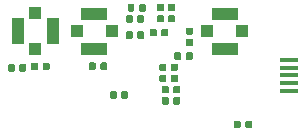
<source format=gbr>
G04 #@! TF.GenerationSoftware,KiCad,Pcbnew,(5.1.5-0-10_14)*
G04 #@! TF.CreationDate,2020-10-31T20:23:47-07:00*
G04 #@! TF.ProjectId,EOGlass2p1,454f476c-6173-4733-9270-312e6b696361,rev?*
G04 #@! TF.SameCoordinates,Original*
G04 #@! TF.FileFunction,Paste,Bot*
G04 #@! TF.FilePolarity,Positive*
%FSLAX46Y46*%
G04 Gerber Fmt 4.6, Leading zero omitted, Abs format (unit mm)*
G04 Created by KiCad (PCBNEW (5.1.5-0-10_14)) date 2020-10-31 20:23:47*
%MOMM*%
%LPD*%
G04 APERTURE LIST*
%ADD10R,1.500000X0.450000*%
%ADD11C,0.100000*%
%ADD12R,1.000000X1.000000*%
%ADD13R,2.200000X1.050000*%
%ADD14R,1.050000X2.200000*%
G04 APERTURE END LIST*
D10*
X135995000Y-73230000D03*
X135995000Y-72580000D03*
X135995000Y-73880000D03*
X135995000Y-71930000D03*
X135995000Y-74530000D03*
D11*
G36*
X127746958Y-69200710D02*
G01*
X127761276Y-69202834D01*
X127775317Y-69206351D01*
X127788946Y-69211228D01*
X127802031Y-69217417D01*
X127814447Y-69224858D01*
X127826073Y-69233481D01*
X127836798Y-69243202D01*
X127846519Y-69253927D01*
X127855142Y-69265553D01*
X127862583Y-69277969D01*
X127868772Y-69291054D01*
X127873649Y-69304683D01*
X127877166Y-69318724D01*
X127879290Y-69333042D01*
X127880000Y-69347500D01*
X127880000Y-69642500D01*
X127879290Y-69656958D01*
X127877166Y-69671276D01*
X127873649Y-69685317D01*
X127868772Y-69698946D01*
X127862583Y-69712031D01*
X127855142Y-69724447D01*
X127846519Y-69736073D01*
X127836798Y-69746798D01*
X127826073Y-69756519D01*
X127814447Y-69765142D01*
X127802031Y-69772583D01*
X127788946Y-69778772D01*
X127775317Y-69783649D01*
X127761276Y-69787166D01*
X127746958Y-69789290D01*
X127732500Y-69790000D01*
X127387500Y-69790000D01*
X127373042Y-69789290D01*
X127358724Y-69787166D01*
X127344683Y-69783649D01*
X127331054Y-69778772D01*
X127317969Y-69772583D01*
X127305553Y-69765142D01*
X127293927Y-69756519D01*
X127283202Y-69746798D01*
X127273481Y-69736073D01*
X127264858Y-69724447D01*
X127257417Y-69712031D01*
X127251228Y-69698946D01*
X127246351Y-69685317D01*
X127242834Y-69671276D01*
X127240710Y-69656958D01*
X127240000Y-69642500D01*
X127240000Y-69347500D01*
X127240710Y-69333042D01*
X127242834Y-69318724D01*
X127246351Y-69304683D01*
X127251228Y-69291054D01*
X127257417Y-69277969D01*
X127264858Y-69265553D01*
X127273481Y-69253927D01*
X127283202Y-69243202D01*
X127293927Y-69233481D01*
X127305553Y-69224858D01*
X127317969Y-69217417D01*
X127331054Y-69211228D01*
X127344683Y-69206351D01*
X127358724Y-69202834D01*
X127373042Y-69200710D01*
X127387500Y-69200000D01*
X127732500Y-69200000D01*
X127746958Y-69200710D01*
G37*
G36*
X127746958Y-70170710D02*
G01*
X127761276Y-70172834D01*
X127775317Y-70176351D01*
X127788946Y-70181228D01*
X127802031Y-70187417D01*
X127814447Y-70194858D01*
X127826073Y-70203481D01*
X127836798Y-70213202D01*
X127846519Y-70223927D01*
X127855142Y-70235553D01*
X127862583Y-70247969D01*
X127868772Y-70261054D01*
X127873649Y-70274683D01*
X127877166Y-70288724D01*
X127879290Y-70303042D01*
X127880000Y-70317500D01*
X127880000Y-70612500D01*
X127879290Y-70626958D01*
X127877166Y-70641276D01*
X127873649Y-70655317D01*
X127868772Y-70668946D01*
X127862583Y-70682031D01*
X127855142Y-70694447D01*
X127846519Y-70706073D01*
X127836798Y-70716798D01*
X127826073Y-70726519D01*
X127814447Y-70735142D01*
X127802031Y-70742583D01*
X127788946Y-70748772D01*
X127775317Y-70753649D01*
X127761276Y-70757166D01*
X127746958Y-70759290D01*
X127732500Y-70760000D01*
X127387500Y-70760000D01*
X127373042Y-70759290D01*
X127358724Y-70757166D01*
X127344683Y-70753649D01*
X127331054Y-70748772D01*
X127317969Y-70742583D01*
X127305553Y-70735142D01*
X127293927Y-70726519D01*
X127283202Y-70716798D01*
X127273481Y-70706073D01*
X127264858Y-70694447D01*
X127257417Y-70682031D01*
X127251228Y-70668946D01*
X127246351Y-70655317D01*
X127242834Y-70641276D01*
X127240710Y-70626958D01*
X127240000Y-70612500D01*
X127240000Y-70317500D01*
X127240710Y-70303042D01*
X127242834Y-70288724D01*
X127246351Y-70274683D01*
X127251228Y-70261054D01*
X127257417Y-70247969D01*
X127264858Y-70235553D01*
X127273481Y-70223927D01*
X127283202Y-70213202D01*
X127293927Y-70203481D01*
X127305553Y-70194858D01*
X127317969Y-70187417D01*
X127331054Y-70181228D01*
X127344683Y-70176351D01*
X127358724Y-70172834D01*
X127373042Y-70170710D01*
X127387500Y-70170000D01*
X127732500Y-70170000D01*
X127746958Y-70170710D01*
G37*
G36*
X131776958Y-77080710D02*
G01*
X131791276Y-77082834D01*
X131805317Y-77086351D01*
X131818946Y-77091228D01*
X131832031Y-77097417D01*
X131844447Y-77104858D01*
X131856073Y-77113481D01*
X131866798Y-77123202D01*
X131876519Y-77133927D01*
X131885142Y-77145553D01*
X131892583Y-77157969D01*
X131898772Y-77171054D01*
X131903649Y-77184683D01*
X131907166Y-77198724D01*
X131909290Y-77213042D01*
X131910000Y-77227500D01*
X131910000Y-77572500D01*
X131909290Y-77586958D01*
X131907166Y-77601276D01*
X131903649Y-77615317D01*
X131898772Y-77628946D01*
X131892583Y-77642031D01*
X131885142Y-77654447D01*
X131876519Y-77666073D01*
X131866798Y-77676798D01*
X131856073Y-77686519D01*
X131844447Y-77695142D01*
X131832031Y-77702583D01*
X131818946Y-77708772D01*
X131805317Y-77713649D01*
X131791276Y-77717166D01*
X131776958Y-77719290D01*
X131762500Y-77720000D01*
X131467500Y-77720000D01*
X131453042Y-77719290D01*
X131438724Y-77717166D01*
X131424683Y-77713649D01*
X131411054Y-77708772D01*
X131397969Y-77702583D01*
X131385553Y-77695142D01*
X131373927Y-77686519D01*
X131363202Y-77676798D01*
X131353481Y-77666073D01*
X131344858Y-77654447D01*
X131337417Y-77642031D01*
X131331228Y-77628946D01*
X131326351Y-77615317D01*
X131322834Y-77601276D01*
X131320710Y-77586958D01*
X131320000Y-77572500D01*
X131320000Y-77227500D01*
X131320710Y-77213042D01*
X131322834Y-77198724D01*
X131326351Y-77184683D01*
X131331228Y-77171054D01*
X131337417Y-77157969D01*
X131344858Y-77145553D01*
X131353481Y-77133927D01*
X131363202Y-77123202D01*
X131373927Y-77113481D01*
X131385553Y-77104858D01*
X131397969Y-77097417D01*
X131411054Y-77091228D01*
X131424683Y-77086351D01*
X131438724Y-77082834D01*
X131453042Y-77080710D01*
X131467500Y-77080000D01*
X131762500Y-77080000D01*
X131776958Y-77080710D01*
G37*
G36*
X132746958Y-77080710D02*
G01*
X132761276Y-77082834D01*
X132775317Y-77086351D01*
X132788946Y-77091228D01*
X132802031Y-77097417D01*
X132814447Y-77104858D01*
X132826073Y-77113481D01*
X132836798Y-77123202D01*
X132846519Y-77133927D01*
X132855142Y-77145553D01*
X132862583Y-77157969D01*
X132868772Y-77171054D01*
X132873649Y-77184683D01*
X132877166Y-77198724D01*
X132879290Y-77213042D01*
X132880000Y-77227500D01*
X132880000Y-77572500D01*
X132879290Y-77586958D01*
X132877166Y-77601276D01*
X132873649Y-77615317D01*
X132868772Y-77628946D01*
X132862583Y-77642031D01*
X132855142Y-77654447D01*
X132846519Y-77666073D01*
X132836798Y-77676798D01*
X132826073Y-77686519D01*
X132814447Y-77695142D01*
X132802031Y-77702583D01*
X132788946Y-77708772D01*
X132775317Y-77713649D01*
X132761276Y-77717166D01*
X132746958Y-77719290D01*
X132732500Y-77720000D01*
X132437500Y-77720000D01*
X132423042Y-77719290D01*
X132408724Y-77717166D01*
X132394683Y-77713649D01*
X132381054Y-77708772D01*
X132367969Y-77702583D01*
X132355553Y-77695142D01*
X132343927Y-77686519D01*
X132333202Y-77676798D01*
X132323481Y-77666073D01*
X132314858Y-77654447D01*
X132307417Y-77642031D01*
X132301228Y-77628946D01*
X132296351Y-77615317D01*
X132292834Y-77601276D01*
X132290710Y-77586958D01*
X132290000Y-77572500D01*
X132290000Y-77227500D01*
X132290710Y-77213042D01*
X132292834Y-77198724D01*
X132296351Y-77184683D01*
X132301228Y-77171054D01*
X132307417Y-77157969D01*
X132314858Y-77145553D01*
X132323481Y-77133927D01*
X132333202Y-77123202D01*
X132343927Y-77113481D01*
X132355553Y-77104858D01*
X132367969Y-77097417D01*
X132381054Y-77091228D01*
X132394683Y-77086351D01*
X132408724Y-77082834D01*
X132423042Y-77080710D01*
X132437500Y-77080000D01*
X132732500Y-77080000D01*
X132746958Y-77080710D01*
G37*
G36*
X126646958Y-75080710D02*
G01*
X126661276Y-75082834D01*
X126675317Y-75086351D01*
X126688946Y-75091228D01*
X126702031Y-75097417D01*
X126714447Y-75104858D01*
X126726073Y-75113481D01*
X126736798Y-75123202D01*
X126746519Y-75133927D01*
X126755142Y-75145553D01*
X126762583Y-75157969D01*
X126768772Y-75171054D01*
X126773649Y-75184683D01*
X126777166Y-75198724D01*
X126779290Y-75213042D01*
X126780000Y-75227500D01*
X126780000Y-75572500D01*
X126779290Y-75586958D01*
X126777166Y-75601276D01*
X126773649Y-75615317D01*
X126768772Y-75628946D01*
X126762583Y-75642031D01*
X126755142Y-75654447D01*
X126746519Y-75666073D01*
X126736798Y-75676798D01*
X126726073Y-75686519D01*
X126714447Y-75695142D01*
X126702031Y-75702583D01*
X126688946Y-75708772D01*
X126675317Y-75713649D01*
X126661276Y-75717166D01*
X126646958Y-75719290D01*
X126632500Y-75720000D01*
X126337500Y-75720000D01*
X126323042Y-75719290D01*
X126308724Y-75717166D01*
X126294683Y-75713649D01*
X126281054Y-75708772D01*
X126267969Y-75702583D01*
X126255553Y-75695142D01*
X126243927Y-75686519D01*
X126233202Y-75676798D01*
X126223481Y-75666073D01*
X126214858Y-75654447D01*
X126207417Y-75642031D01*
X126201228Y-75628946D01*
X126196351Y-75615317D01*
X126192834Y-75601276D01*
X126190710Y-75586958D01*
X126190000Y-75572500D01*
X126190000Y-75227500D01*
X126190710Y-75213042D01*
X126192834Y-75198724D01*
X126196351Y-75184683D01*
X126201228Y-75171054D01*
X126207417Y-75157969D01*
X126214858Y-75145553D01*
X126223481Y-75133927D01*
X126233202Y-75123202D01*
X126243927Y-75113481D01*
X126255553Y-75104858D01*
X126267969Y-75097417D01*
X126281054Y-75091228D01*
X126294683Y-75086351D01*
X126308724Y-75082834D01*
X126323042Y-75080710D01*
X126337500Y-75080000D01*
X126632500Y-75080000D01*
X126646958Y-75080710D01*
G37*
G36*
X125676958Y-75080710D02*
G01*
X125691276Y-75082834D01*
X125705317Y-75086351D01*
X125718946Y-75091228D01*
X125732031Y-75097417D01*
X125744447Y-75104858D01*
X125756073Y-75113481D01*
X125766798Y-75123202D01*
X125776519Y-75133927D01*
X125785142Y-75145553D01*
X125792583Y-75157969D01*
X125798772Y-75171054D01*
X125803649Y-75184683D01*
X125807166Y-75198724D01*
X125809290Y-75213042D01*
X125810000Y-75227500D01*
X125810000Y-75572500D01*
X125809290Y-75586958D01*
X125807166Y-75601276D01*
X125803649Y-75615317D01*
X125798772Y-75628946D01*
X125792583Y-75642031D01*
X125785142Y-75654447D01*
X125776519Y-75666073D01*
X125766798Y-75676798D01*
X125756073Y-75686519D01*
X125744447Y-75695142D01*
X125732031Y-75702583D01*
X125718946Y-75708772D01*
X125705317Y-75713649D01*
X125691276Y-75717166D01*
X125676958Y-75719290D01*
X125662500Y-75720000D01*
X125367500Y-75720000D01*
X125353042Y-75719290D01*
X125338724Y-75717166D01*
X125324683Y-75713649D01*
X125311054Y-75708772D01*
X125297969Y-75702583D01*
X125285553Y-75695142D01*
X125273927Y-75686519D01*
X125263202Y-75676798D01*
X125253481Y-75666073D01*
X125244858Y-75654447D01*
X125237417Y-75642031D01*
X125231228Y-75628946D01*
X125226351Y-75615317D01*
X125222834Y-75601276D01*
X125220710Y-75586958D01*
X125220000Y-75572500D01*
X125220000Y-75227500D01*
X125220710Y-75213042D01*
X125222834Y-75198724D01*
X125226351Y-75184683D01*
X125231228Y-75171054D01*
X125237417Y-75157969D01*
X125244858Y-75145553D01*
X125253481Y-75133927D01*
X125263202Y-75123202D01*
X125273927Y-75113481D01*
X125285553Y-75104858D01*
X125297969Y-75097417D01*
X125311054Y-75091228D01*
X125324683Y-75086351D01*
X125338724Y-75082834D01*
X125353042Y-75080710D01*
X125367500Y-75080000D01*
X125662500Y-75080000D01*
X125676958Y-75080710D01*
G37*
G36*
X125676958Y-74130710D02*
G01*
X125691276Y-74132834D01*
X125705317Y-74136351D01*
X125718946Y-74141228D01*
X125732031Y-74147417D01*
X125744447Y-74154858D01*
X125756073Y-74163481D01*
X125766798Y-74173202D01*
X125776519Y-74183927D01*
X125785142Y-74195553D01*
X125792583Y-74207969D01*
X125798772Y-74221054D01*
X125803649Y-74234683D01*
X125807166Y-74248724D01*
X125809290Y-74263042D01*
X125810000Y-74277500D01*
X125810000Y-74622500D01*
X125809290Y-74636958D01*
X125807166Y-74651276D01*
X125803649Y-74665317D01*
X125798772Y-74678946D01*
X125792583Y-74692031D01*
X125785142Y-74704447D01*
X125776519Y-74716073D01*
X125766798Y-74726798D01*
X125756073Y-74736519D01*
X125744447Y-74745142D01*
X125732031Y-74752583D01*
X125718946Y-74758772D01*
X125705317Y-74763649D01*
X125691276Y-74767166D01*
X125676958Y-74769290D01*
X125662500Y-74770000D01*
X125367500Y-74770000D01*
X125353042Y-74769290D01*
X125338724Y-74767166D01*
X125324683Y-74763649D01*
X125311054Y-74758772D01*
X125297969Y-74752583D01*
X125285553Y-74745142D01*
X125273927Y-74736519D01*
X125263202Y-74726798D01*
X125253481Y-74716073D01*
X125244858Y-74704447D01*
X125237417Y-74692031D01*
X125231228Y-74678946D01*
X125226351Y-74665317D01*
X125222834Y-74651276D01*
X125220710Y-74636958D01*
X125220000Y-74622500D01*
X125220000Y-74277500D01*
X125220710Y-74263042D01*
X125222834Y-74248724D01*
X125226351Y-74234683D01*
X125231228Y-74221054D01*
X125237417Y-74207969D01*
X125244858Y-74195553D01*
X125253481Y-74183927D01*
X125263202Y-74173202D01*
X125273927Y-74163481D01*
X125285553Y-74154858D01*
X125297969Y-74147417D01*
X125311054Y-74141228D01*
X125324683Y-74136351D01*
X125338724Y-74132834D01*
X125353042Y-74130710D01*
X125367500Y-74130000D01*
X125662500Y-74130000D01*
X125676958Y-74130710D01*
G37*
G36*
X126646958Y-74130710D02*
G01*
X126661276Y-74132834D01*
X126675317Y-74136351D01*
X126688946Y-74141228D01*
X126702031Y-74147417D01*
X126714447Y-74154858D01*
X126726073Y-74163481D01*
X126736798Y-74173202D01*
X126746519Y-74183927D01*
X126755142Y-74195553D01*
X126762583Y-74207969D01*
X126768772Y-74221054D01*
X126773649Y-74234683D01*
X126777166Y-74248724D01*
X126779290Y-74263042D01*
X126780000Y-74277500D01*
X126780000Y-74622500D01*
X126779290Y-74636958D01*
X126777166Y-74651276D01*
X126773649Y-74665317D01*
X126768772Y-74678946D01*
X126762583Y-74692031D01*
X126755142Y-74704447D01*
X126746519Y-74716073D01*
X126736798Y-74726798D01*
X126726073Y-74736519D01*
X126714447Y-74745142D01*
X126702031Y-74752583D01*
X126688946Y-74758772D01*
X126675317Y-74763649D01*
X126661276Y-74767166D01*
X126646958Y-74769290D01*
X126632500Y-74770000D01*
X126337500Y-74770000D01*
X126323042Y-74769290D01*
X126308724Y-74767166D01*
X126294683Y-74763649D01*
X126281054Y-74758772D01*
X126267969Y-74752583D01*
X126255553Y-74745142D01*
X126243927Y-74736519D01*
X126233202Y-74726798D01*
X126223481Y-74716073D01*
X126214858Y-74704447D01*
X126207417Y-74692031D01*
X126201228Y-74678946D01*
X126196351Y-74665317D01*
X126192834Y-74651276D01*
X126190710Y-74636958D01*
X126190000Y-74622500D01*
X126190000Y-74277500D01*
X126190710Y-74263042D01*
X126192834Y-74248724D01*
X126196351Y-74234683D01*
X126201228Y-74221054D01*
X126207417Y-74207969D01*
X126214858Y-74195553D01*
X126223481Y-74183927D01*
X126233202Y-74173202D01*
X126243927Y-74163481D01*
X126255553Y-74154858D01*
X126267969Y-74147417D01*
X126281054Y-74141228D01*
X126294683Y-74136351D01*
X126308724Y-74132834D01*
X126323042Y-74130710D01*
X126337500Y-74130000D01*
X126632500Y-74130000D01*
X126646958Y-74130710D01*
G37*
G36*
X122626958Y-68140710D02*
G01*
X122641276Y-68142834D01*
X122655317Y-68146351D01*
X122668946Y-68151228D01*
X122682031Y-68157417D01*
X122694447Y-68164858D01*
X122706073Y-68173481D01*
X122716798Y-68183202D01*
X122726519Y-68193927D01*
X122735142Y-68205553D01*
X122742583Y-68217969D01*
X122748772Y-68231054D01*
X122753649Y-68244683D01*
X122757166Y-68258724D01*
X122759290Y-68273042D01*
X122760000Y-68287500D01*
X122760000Y-68632500D01*
X122759290Y-68646958D01*
X122757166Y-68661276D01*
X122753649Y-68675317D01*
X122748772Y-68688946D01*
X122742583Y-68702031D01*
X122735142Y-68714447D01*
X122726519Y-68726073D01*
X122716798Y-68736798D01*
X122706073Y-68746519D01*
X122694447Y-68755142D01*
X122682031Y-68762583D01*
X122668946Y-68768772D01*
X122655317Y-68773649D01*
X122641276Y-68777166D01*
X122626958Y-68779290D01*
X122612500Y-68780000D01*
X122317500Y-68780000D01*
X122303042Y-68779290D01*
X122288724Y-68777166D01*
X122274683Y-68773649D01*
X122261054Y-68768772D01*
X122247969Y-68762583D01*
X122235553Y-68755142D01*
X122223927Y-68746519D01*
X122213202Y-68736798D01*
X122203481Y-68726073D01*
X122194858Y-68714447D01*
X122187417Y-68702031D01*
X122181228Y-68688946D01*
X122176351Y-68675317D01*
X122172834Y-68661276D01*
X122170710Y-68646958D01*
X122170000Y-68632500D01*
X122170000Y-68287500D01*
X122170710Y-68273042D01*
X122172834Y-68258724D01*
X122176351Y-68244683D01*
X122181228Y-68231054D01*
X122187417Y-68217969D01*
X122194858Y-68205553D01*
X122203481Y-68193927D01*
X122213202Y-68183202D01*
X122223927Y-68173481D01*
X122235553Y-68164858D01*
X122247969Y-68157417D01*
X122261054Y-68151228D01*
X122274683Y-68146351D01*
X122288724Y-68142834D01*
X122303042Y-68140710D01*
X122317500Y-68140000D01*
X122612500Y-68140000D01*
X122626958Y-68140710D01*
G37*
G36*
X123596958Y-68140710D02*
G01*
X123611276Y-68142834D01*
X123625317Y-68146351D01*
X123638946Y-68151228D01*
X123652031Y-68157417D01*
X123664447Y-68164858D01*
X123676073Y-68173481D01*
X123686798Y-68183202D01*
X123696519Y-68193927D01*
X123705142Y-68205553D01*
X123712583Y-68217969D01*
X123718772Y-68231054D01*
X123723649Y-68244683D01*
X123727166Y-68258724D01*
X123729290Y-68273042D01*
X123730000Y-68287500D01*
X123730000Y-68632500D01*
X123729290Y-68646958D01*
X123727166Y-68661276D01*
X123723649Y-68675317D01*
X123718772Y-68688946D01*
X123712583Y-68702031D01*
X123705142Y-68714447D01*
X123696519Y-68726073D01*
X123686798Y-68736798D01*
X123676073Y-68746519D01*
X123664447Y-68755142D01*
X123652031Y-68762583D01*
X123638946Y-68768772D01*
X123625317Y-68773649D01*
X123611276Y-68777166D01*
X123596958Y-68779290D01*
X123582500Y-68780000D01*
X123287500Y-68780000D01*
X123273042Y-68779290D01*
X123258724Y-68777166D01*
X123244683Y-68773649D01*
X123231054Y-68768772D01*
X123217969Y-68762583D01*
X123205553Y-68755142D01*
X123193927Y-68746519D01*
X123183202Y-68736798D01*
X123173481Y-68726073D01*
X123164858Y-68714447D01*
X123157417Y-68702031D01*
X123151228Y-68688946D01*
X123146351Y-68675317D01*
X123142834Y-68661276D01*
X123140710Y-68646958D01*
X123140000Y-68632500D01*
X123140000Y-68287500D01*
X123140710Y-68273042D01*
X123142834Y-68258724D01*
X123146351Y-68244683D01*
X123151228Y-68231054D01*
X123157417Y-68217969D01*
X123164858Y-68205553D01*
X123173481Y-68193927D01*
X123183202Y-68183202D01*
X123193927Y-68173481D01*
X123205553Y-68164858D01*
X123217969Y-68157417D01*
X123231054Y-68151228D01*
X123244683Y-68146351D01*
X123258724Y-68142834D01*
X123273042Y-68140710D01*
X123287500Y-68140000D01*
X123582500Y-68140000D01*
X123596958Y-68140710D01*
G37*
G36*
X126236958Y-68170710D02*
G01*
X126251276Y-68172834D01*
X126265317Y-68176351D01*
X126278946Y-68181228D01*
X126292031Y-68187417D01*
X126304447Y-68194858D01*
X126316073Y-68203481D01*
X126326798Y-68213202D01*
X126336519Y-68223927D01*
X126345142Y-68235553D01*
X126352583Y-68247969D01*
X126358772Y-68261054D01*
X126363649Y-68274683D01*
X126367166Y-68288724D01*
X126369290Y-68303042D01*
X126370000Y-68317500D01*
X126370000Y-68612500D01*
X126369290Y-68626958D01*
X126367166Y-68641276D01*
X126363649Y-68655317D01*
X126358772Y-68668946D01*
X126352583Y-68682031D01*
X126345142Y-68694447D01*
X126336519Y-68706073D01*
X126326798Y-68716798D01*
X126316073Y-68726519D01*
X126304447Y-68735142D01*
X126292031Y-68742583D01*
X126278946Y-68748772D01*
X126265317Y-68753649D01*
X126251276Y-68757166D01*
X126236958Y-68759290D01*
X126222500Y-68760000D01*
X125877500Y-68760000D01*
X125863042Y-68759290D01*
X125848724Y-68757166D01*
X125834683Y-68753649D01*
X125821054Y-68748772D01*
X125807969Y-68742583D01*
X125795553Y-68735142D01*
X125783927Y-68726519D01*
X125773202Y-68716798D01*
X125763481Y-68706073D01*
X125754858Y-68694447D01*
X125747417Y-68682031D01*
X125741228Y-68668946D01*
X125736351Y-68655317D01*
X125732834Y-68641276D01*
X125730710Y-68626958D01*
X125730000Y-68612500D01*
X125730000Y-68317500D01*
X125730710Y-68303042D01*
X125732834Y-68288724D01*
X125736351Y-68274683D01*
X125741228Y-68261054D01*
X125747417Y-68247969D01*
X125754858Y-68235553D01*
X125763481Y-68223927D01*
X125773202Y-68213202D01*
X125783927Y-68203481D01*
X125795553Y-68194858D01*
X125807969Y-68187417D01*
X125821054Y-68181228D01*
X125834683Y-68176351D01*
X125848724Y-68172834D01*
X125863042Y-68170710D01*
X125877500Y-68170000D01*
X126222500Y-68170000D01*
X126236958Y-68170710D01*
G37*
G36*
X126236958Y-67200710D02*
G01*
X126251276Y-67202834D01*
X126265317Y-67206351D01*
X126278946Y-67211228D01*
X126292031Y-67217417D01*
X126304447Y-67224858D01*
X126316073Y-67233481D01*
X126326798Y-67243202D01*
X126336519Y-67253927D01*
X126345142Y-67265553D01*
X126352583Y-67277969D01*
X126358772Y-67291054D01*
X126363649Y-67304683D01*
X126367166Y-67318724D01*
X126369290Y-67333042D01*
X126370000Y-67347500D01*
X126370000Y-67642500D01*
X126369290Y-67656958D01*
X126367166Y-67671276D01*
X126363649Y-67685317D01*
X126358772Y-67698946D01*
X126352583Y-67712031D01*
X126345142Y-67724447D01*
X126336519Y-67736073D01*
X126326798Y-67746798D01*
X126316073Y-67756519D01*
X126304447Y-67765142D01*
X126292031Y-67772583D01*
X126278946Y-67778772D01*
X126265317Y-67783649D01*
X126251276Y-67787166D01*
X126236958Y-67789290D01*
X126222500Y-67790000D01*
X125877500Y-67790000D01*
X125863042Y-67789290D01*
X125848724Y-67787166D01*
X125834683Y-67783649D01*
X125821054Y-67778772D01*
X125807969Y-67772583D01*
X125795553Y-67765142D01*
X125783927Y-67756519D01*
X125773202Y-67746798D01*
X125763481Y-67736073D01*
X125754858Y-67724447D01*
X125747417Y-67712031D01*
X125741228Y-67698946D01*
X125736351Y-67685317D01*
X125732834Y-67671276D01*
X125730710Y-67656958D01*
X125730000Y-67642500D01*
X125730000Y-67347500D01*
X125730710Y-67333042D01*
X125732834Y-67318724D01*
X125736351Y-67304683D01*
X125741228Y-67291054D01*
X125747417Y-67277969D01*
X125754858Y-67265553D01*
X125763481Y-67253927D01*
X125773202Y-67243202D01*
X125783927Y-67233481D01*
X125795553Y-67224858D01*
X125807969Y-67217417D01*
X125821054Y-67211228D01*
X125834683Y-67206351D01*
X125848724Y-67202834D01*
X125863042Y-67200710D01*
X125877500Y-67200000D01*
X126222500Y-67200000D01*
X126236958Y-67200710D01*
G37*
G36*
X123746958Y-67200710D02*
G01*
X123761276Y-67202834D01*
X123775317Y-67206351D01*
X123788946Y-67211228D01*
X123802031Y-67217417D01*
X123814447Y-67224858D01*
X123826073Y-67233481D01*
X123836798Y-67243202D01*
X123846519Y-67253927D01*
X123855142Y-67265553D01*
X123862583Y-67277969D01*
X123868772Y-67291054D01*
X123873649Y-67304683D01*
X123877166Y-67318724D01*
X123879290Y-67333042D01*
X123880000Y-67347500D01*
X123880000Y-67692500D01*
X123879290Y-67706958D01*
X123877166Y-67721276D01*
X123873649Y-67735317D01*
X123868772Y-67748946D01*
X123862583Y-67762031D01*
X123855142Y-67774447D01*
X123846519Y-67786073D01*
X123836798Y-67796798D01*
X123826073Y-67806519D01*
X123814447Y-67815142D01*
X123802031Y-67822583D01*
X123788946Y-67828772D01*
X123775317Y-67833649D01*
X123761276Y-67837166D01*
X123746958Y-67839290D01*
X123732500Y-67840000D01*
X123437500Y-67840000D01*
X123423042Y-67839290D01*
X123408724Y-67837166D01*
X123394683Y-67833649D01*
X123381054Y-67828772D01*
X123367969Y-67822583D01*
X123355553Y-67815142D01*
X123343927Y-67806519D01*
X123333202Y-67796798D01*
X123323481Y-67786073D01*
X123314858Y-67774447D01*
X123307417Y-67762031D01*
X123301228Y-67748946D01*
X123296351Y-67735317D01*
X123292834Y-67721276D01*
X123290710Y-67706958D01*
X123290000Y-67692500D01*
X123290000Y-67347500D01*
X123290710Y-67333042D01*
X123292834Y-67318724D01*
X123296351Y-67304683D01*
X123301228Y-67291054D01*
X123307417Y-67277969D01*
X123314858Y-67265553D01*
X123323481Y-67253927D01*
X123333202Y-67243202D01*
X123343927Y-67233481D01*
X123355553Y-67224858D01*
X123367969Y-67217417D01*
X123381054Y-67211228D01*
X123394683Y-67206351D01*
X123408724Y-67202834D01*
X123423042Y-67200710D01*
X123437500Y-67200000D01*
X123732500Y-67200000D01*
X123746958Y-67200710D01*
G37*
G36*
X122776958Y-67200710D02*
G01*
X122791276Y-67202834D01*
X122805317Y-67206351D01*
X122818946Y-67211228D01*
X122832031Y-67217417D01*
X122844447Y-67224858D01*
X122856073Y-67233481D01*
X122866798Y-67243202D01*
X122876519Y-67253927D01*
X122885142Y-67265553D01*
X122892583Y-67277969D01*
X122898772Y-67291054D01*
X122903649Y-67304683D01*
X122907166Y-67318724D01*
X122909290Y-67333042D01*
X122910000Y-67347500D01*
X122910000Y-67692500D01*
X122909290Y-67706958D01*
X122907166Y-67721276D01*
X122903649Y-67735317D01*
X122898772Y-67748946D01*
X122892583Y-67762031D01*
X122885142Y-67774447D01*
X122876519Y-67786073D01*
X122866798Y-67796798D01*
X122856073Y-67806519D01*
X122844447Y-67815142D01*
X122832031Y-67822583D01*
X122818946Y-67828772D01*
X122805317Y-67833649D01*
X122791276Y-67837166D01*
X122776958Y-67839290D01*
X122762500Y-67840000D01*
X122467500Y-67840000D01*
X122453042Y-67839290D01*
X122438724Y-67837166D01*
X122424683Y-67833649D01*
X122411054Y-67828772D01*
X122397969Y-67822583D01*
X122385553Y-67815142D01*
X122373927Y-67806519D01*
X122363202Y-67796798D01*
X122353481Y-67786073D01*
X122344858Y-67774447D01*
X122337417Y-67762031D01*
X122331228Y-67748946D01*
X122326351Y-67735317D01*
X122322834Y-67721276D01*
X122320710Y-67706958D01*
X122320000Y-67692500D01*
X122320000Y-67347500D01*
X122320710Y-67333042D01*
X122322834Y-67318724D01*
X122326351Y-67304683D01*
X122331228Y-67291054D01*
X122337417Y-67277969D01*
X122344858Y-67265553D01*
X122353481Y-67253927D01*
X122363202Y-67243202D01*
X122373927Y-67233481D01*
X122385553Y-67224858D01*
X122397969Y-67217417D01*
X122411054Y-67211228D01*
X122424683Y-67206351D01*
X122438724Y-67202834D01*
X122453042Y-67200710D01*
X122467500Y-67200000D01*
X122762500Y-67200000D01*
X122776958Y-67200710D01*
G37*
G36*
X113616958Y-72290710D02*
G01*
X113631276Y-72292834D01*
X113645317Y-72296351D01*
X113658946Y-72301228D01*
X113672031Y-72307417D01*
X113684447Y-72314858D01*
X113696073Y-72323481D01*
X113706798Y-72333202D01*
X113716519Y-72343927D01*
X113725142Y-72355553D01*
X113732583Y-72367969D01*
X113738772Y-72381054D01*
X113743649Y-72394683D01*
X113747166Y-72408724D01*
X113749290Y-72423042D01*
X113750000Y-72437500D01*
X113750000Y-72782500D01*
X113749290Y-72796958D01*
X113747166Y-72811276D01*
X113743649Y-72825317D01*
X113738772Y-72838946D01*
X113732583Y-72852031D01*
X113725142Y-72864447D01*
X113716519Y-72876073D01*
X113706798Y-72886798D01*
X113696073Y-72896519D01*
X113684447Y-72905142D01*
X113672031Y-72912583D01*
X113658946Y-72918772D01*
X113645317Y-72923649D01*
X113631276Y-72927166D01*
X113616958Y-72929290D01*
X113602500Y-72930000D01*
X113307500Y-72930000D01*
X113293042Y-72929290D01*
X113278724Y-72927166D01*
X113264683Y-72923649D01*
X113251054Y-72918772D01*
X113237969Y-72912583D01*
X113225553Y-72905142D01*
X113213927Y-72896519D01*
X113203202Y-72886798D01*
X113193481Y-72876073D01*
X113184858Y-72864447D01*
X113177417Y-72852031D01*
X113171228Y-72838946D01*
X113166351Y-72825317D01*
X113162834Y-72811276D01*
X113160710Y-72796958D01*
X113160000Y-72782500D01*
X113160000Y-72437500D01*
X113160710Y-72423042D01*
X113162834Y-72408724D01*
X113166351Y-72394683D01*
X113171228Y-72381054D01*
X113177417Y-72367969D01*
X113184858Y-72355553D01*
X113193481Y-72343927D01*
X113203202Y-72333202D01*
X113213927Y-72323481D01*
X113225553Y-72314858D01*
X113237969Y-72307417D01*
X113251054Y-72301228D01*
X113264683Y-72296351D01*
X113278724Y-72292834D01*
X113293042Y-72290710D01*
X113307500Y-72290000D01*
X113602500Y-72290000D01*
X113616958Y-72290710D01*
G37*
G36*
X112646958Y-72290710D02*
G01*
X112661276Y-72292834D01*
X112675317Y-72296351D01*
X112688946Y-72301228D01*
X112702031Y-72307417D01*
X112714447Y-72314858D01*
X112726073Y-72323481D01*
X112736798Y-72333202D01*
X112746519Y-72343927D01*
X112755142Y-72355553D01*
X112762583Y-72367969D01*
X112768772Y-72381054D01*
X112773649Y-72394683D01*
X112777166Y-72408724D01*
X112779290Y-72423042D01*
X112780000Y-72437500D01*
X112780000Y-72782500D01*
X112779290Y-72796958D01*
X112777166Y-72811276D01*
X112773649Y-72825317D01*
X112768772Y-72838946D01*
X112762583Y-72852031D01*
X112755142Y-72864447D01*
X112746519Y-72876073D01*
X112736798Y-72886798D01*
X112726073Y-72896519D01*
X112714447Y-72905142D01*
X112702031Y-72912583D01*
X112688946Y-72918772D01*
X112675317Y-72923649D01*
X112661276Y-72927166D01*
X112646958Y-72929290D01*
X112632500Y-72930000D01*
X112337500Y-72930000D01*
X112323042Y-72929290D01*
X112308724Y-72927166D01*
X112294683Y-72923649D01*
X112281054Y-72918772D01*
X112267969Y-72912583D01*
X112255553Y-72905142D01*
X112243927Y-72896519D01*
X112233202Y-72886798D01*
X112223481Y-72876073D01*
X112214858Y-72864447D01*
X112207417Y-72852031D01*
X112201228Y-72838946D01*
X112196351Y-72825317D01*
X112192834Y-72811276D01*
X112190710Y-72796958D01*
X112190000Y-72782500D01*
X112190000Y-72437500D01*
X112190710Y-72423042D01*
X112192834Y-72408724D01*
X112196351Y-72394683D01*
X112201228Y-72381054D01*
X112207417Y-72367969D01*
X112214858Y-72355553D01*
X112223481Y-72343927D01*
X112233202Y-72333202D01*
X112243927Y-72323481D01*
X112255553Y-72314858D01*
X112267969Y-72307417D01*
X112281054Y-72301228D01*
X112294683Y-72296351D01*
X112308724Y-72292834D01*
X112323042Y-72290710D01*
X112337500Y-72290000D01*
X112632500Y-72290000D01*
X112646958Y-72290710D01*
G37*
D12*
X129040000Y-69500000D03*
X132040000Y-69500000D03*
D13*
X130540000Y-68025000D03*
X130540000Y-70975000D03*
X119520000Y-68025000D03*
X119520000Y-70975000D03*
D12*
X118020000Y-69500000D03*
X121020000Y-69500000D03*
D14*
X115975000Y-69500000D03*
X113025000Y-69500000D03*
D12*
X114500000Y-68000000D03*
X114500000Y-71000000D03*
D11*
G36*
X115586958Y-72160710D02*
G01*
X115601276Y-72162834D01*
X115615317Y-72166351D01*
X115628946Y-72171228D01*
X115642031Y-72177417D01*
X115654447Y-72184858D01*
X115666073Y-72193481D01*
X115676798Y-72203202D01*
X115686519Y-72213927D01*
X115695142Y-72225553D01*
X115702583Y-72237969D01*
X115708772Y-72251054D01*
X115713649Y-72264683D01*
X115717166Y-72278724D01*
X115719290Y-72293042D01*
X115720000Y-72307500D01*
X115720000Y-72652500D01*
X115719290Y-72666958D01*
X115717166Y-72681276D01*
X115713649Y-72695317D01*
X115708772Y-72708946D01*
X115702583Y-72722031D01*
X115695142Y-72734447D01*
X115686519Y-72746073D01*
X115676798Y-72756798D01*
X115666073Y-72766519D01*
X115654447Y-72775142D01*
X115642031Y-72782583D01*
X115628946Y-72788772D01*
X115615317Y-72793649D01*
X115601276Y-72797166D01*
X115586958Y-72799290D01*
X115572500Y-72800000D01*
X115277500Y-72800000D01*
X115263042Y-72799290D01*
X115248724Y-72797166D01*
X115234683Y-72793649D01*
X115221054Y-72788772D01*
X115207969Y-72782583D01*
X115195553Y-72775142D01*
X115183927Y-72766519D01*
X115173202Y-72756798D01*
X115163481Y-72746073D01*
X115154858Y-72734447D01*
X115147417Y-72722031D01*
X115141228Y-72708946D01*
X115136351Y-72695317D01*
X115132834Y-72681276D01*
X115130710Y-72666958D01*
X115130000Y-72652500D01*
X115130000Y-72307500D01*
X115130710Y-72293042D01*
X115132834Y-72278724D01*
X115136351Y-72264683D01*
X115141228Y-72251054D01*
X115147417Y-72237969D01*
X115154858Y-72225553D01*
X115163481Y-72213927D01*
X115173202Y-72203202D01*
X115183927Y-72193481D01*
X115195553Y-72184858D01*
X115207969Y-72177417D01*
X115221054Y-72171228D01*
X115234683Y-72166351D01*
X115248724Y-72162834D01*
X115263042Y-72160710D01*
X115277500Y-72160000D01*
X115572500Y-72160000D01*
X115586958Y-72160710D01*
G37*
G36*
X114616958Y-72160710D02*
G01*
X114631276Y-72162834D01*
X114645317Y-72166351D01*
X114658946Y-72171228D01*
X114672031Y-72177417D01*
X114684447Y-72184858D01*
X114696073Y-72193481D01*
X114706798Y-72203202D01*
X114716519Y-72213927D01*
X114725142Y-72225553D01*
X114732583Y-72237969D01*
X114738772Y-72251054D01*
X114743649Y-72264683D01*
X114747166Y-72278724D01*
X114749290Y-72293042D01*
X114750000Y-72307500D01*
X114750000Y-72652500D01*
X114749290Y-72666958D01*
X114747166Y-72681276D01*
X114743649Y-72695317D01*
X114738772Y-72708946D01*
X114732583Y-72722031D01*
X114725142Y-72734447D01*
X114716519Y-72746073D01*
X114706798Y-72756798D01*
X114696073Y-72766519D01*
X114684447Y-72775142D01*
X114672031Y-72782583D01*
X114658946Y-72788772D01*
X114645317Y-72793649D01*
X114631276Y-72797166D01*
X114616958Y-72799290D01*
X114602500Y-72800000D01*
X114307500Y-72800000D01*
X114293042Y-72799290D01*
X114278724Y-72797166D01*
X114264683Y-72793649D01*
X114251054Y-72788772D01*
X114237969Y-72782583D01*
X114225553Y-72775142D01*
X114213927Y-72766519D01*
X114203202Y-72756798D01*
X114193481Y-72746073D01*
X114184858Y-72734447D01*
X114177417Y-72722031D01*
X114171228Y-72708946D01*
X114166351Y-72695317D01*
X114162834Y-72681276D01*
X114160710Y-72666958D01*
X114160000Y-72652500D01*
X114160000Y-72307500D01*
X114160710Y-72293042D01*
X114162834Y-72278724D01*
X114166351Y-72264683D01*
X114171228Y-72251054D01*
X114177417Y-72237969D01*
X114184858Y-72225553D01*
X114193481Y-72213927D01*
X114203202Y-72203202D01*
X114213927Y-72193481D01*
X114225553Y-72184858D01*
X114237969Y-72177417D01*
X114251054Y-72171228D01*
X114264683Y-72166351D01*
X114278724Y-72162834D01*
X114293042Y-72160710D01*
X114307500Y-72160000D01*
X114602500Y-72160000D01*
X114616958Y-72160710D01*
G37*
G36*
X125636958Y-69300710D02*
G01*
X125651276Y-69302834D01*
X125665317Y-69306351D01*
X125678946Y-69311228D01*
X125692031Y-69317417D01*
X125704447Y-69324858D01*
X125716073Y-69333481D01*
X125726798Y-69343202D01*
X125736519Y-69353927D01*
X125745142Y-69365553D01*
X125752583Y-69377969D01*
X125758772Y-69391054D01*
X125763649Y-69404683D01*
X125767166Y-69418724D01*
X125769290Y-69433042D01*
X125770000Y-69447500D01*
X125770000Y-69792500D01*
X125769290Y-69806958D01*
X125767166Y-69821276D01*
X125763649Y-69835317D01*
X125758772Y-69848946D01*
X125752583Y-69862031D01*
X125745142Y-69874447D01*
X125736519Y-69886073D01*
X125726798Y-69896798D01*
X125716073Y-69906519D01*
X125704447Y-69915142D01*
X125692031Y-69922583D01*
X125678946Y-69928772D01*
X125665317Y-69933649D01*
X125651276Y-69937166D01*
X125636958Y-69939290D01*
X125622500Y-69940000D01*
X125327500Y-69940000D01*
X125313042Y-69939290D01*
X125298724Y-69937166D01*
X125284683Y-69933649D01*
X125271054Y-69928772D01*
X125257969Y-69922583D01*
X125245553Y-69915142D01*
X125233927Y-69906519D01*
X125223202Y-69896798D01*
X125213481Y-69886073D01*
X125204858Y-69874447D01*
X125197417Y-69862031D01*
X125191228Y-69848946D01*
X125186351Y-69835317D01*
X125182834Y-69821276D01*
X125180710Y-69806958D01*
X125180000Y-69792500D01*
X125180000Y-69447500D01*
X125180710Y-69433042D01*
X125182834Y-69418724D01*
X125186351Y-69404683D01*
X125191228Y-69391054D01*
X125197417Y-69377969D01*
X125204858Y-69365553D01*
X125213481Y-69353927D01*
X125223202Y-69343202D01*
X125233927Y-69333481D01*
X125245553Y-69324858D01*
X125257969Y-69317417D01*
X125271054Y-69311228D01*
X125284683Y-69306351D01*
X125298724Y-69302834D01*
X125313042Y-69300710D01*
X125327500Y-69300000D01*
X125622500Y-69300000D01*
X125636958Y-69300710D01*
G37*
G36*
X124666958Y-69300710D02*
G01*
X124681276Y-69302834D01*
X124695317Y-69306351D01*
X124708946Y-69311228D01*
X124722031Y-69317417D01*
X124734447Y-69324858D01*
X124746073Y-69333481D01*
X124756798Y-69343202D01*
X124766519Y-69353927D01*
X124775142Y-69365553D01*
X124782583Y-69377969D01*
X124788772Y-69391054D01*
X124793649Y-69404683D01*
X124797166Y-69418724D01*
X124799290Y-69433042D01*
X124800000Y-69447500D01*
X124800000Y-69792500D01*
X124799290Y-69806958D01*
X124797166Y-69821276D01*
X124793649Y-69835317D01*
X124788772Y-69848946D01*
X124782583Y-69862031D01*
X124775142Y-69874447D01*
X124766519Y-69886073D01*
X124756798Y-69896798D01*
X124746073Y-69906519D01*
X124734447Y-69915142D01*
X124722031Y-69922583D01*
X124708946Y-69928772D01*
X124695317Y-69933649D01*
X124681276Y-69937166D01*
X124666958Y-69939290D01*
X124652500Y-69940000D01*
X124357500Y-69940000D01*
X124343042Y-69939290D01*
X124328724Y-69937166D01*
X124314683Y-69933649D01*
X124301054Y-69928772D01*
X124287969Y-69922583D01*
X124275553Y-69915142D01*
X124263927Y-69906519D01*
X124253202Y-69896798D01*
X124243481Y-69886073D01*
X124234858Y-69874447D01*
X124227417Y-69862031D01*
X124221228Y-69848946D01*
X124216351Y-69835317D01*
X124212834Y-69821276D01*
X124210710Y-69806958D01*
X124210000Y-69792500D01*
X124210000Y-69447500D01*
X124210710Y-69433042D01*
X124212834Y-69418724D01*
X124216351Y-69404683D01*
X124221228Y-69391054D01*
X124227417Y-69377969D01*
X124234858Y-69365553D01*
X124243481Y-69353927D01*
X124253202Y-69343202D01*
X124263927Y-69333481D01*
X124275553Y-69324858D01*
X124287969Y-69317417D01*
X124301054Y-69311228D01*
X124314683Y-69306351D01*
X124328724Y-69302834D01*
X124343042Y-69300710D01*
X124357500Y-69300000D01*
X124652500Y-69300000D01*
X124666958Y-69300710D01*
G37*
G36*
X125296958Y-67200710D02*
G01*
X125311276Y-67202834D01*
X125325317Y-67206351D01*
X125338946Y-67211228D01*
X125352031Y-67217417D01*
X125364447Y-67224858D01*
X125376073Y-67233481D01*
X125386798Y-67243202D01*
X125396519Y-67253927D01*
X125405142Y-67265553D01*
X125412583Y-67277969D01*
X125418772Y-67291054D01*
X125423649Y-67304683D01*
X125427166Y-67318724D01*
X125429290Y-67333042D01*
X125430000Y-67347500D01*
X125430000Y-67642500D01*
X125429290Y-67656958D01*
X125427166Y-67671276D01*
X125423649Y-67685317D01*
X125418772Y-67698946D01*
X125412583Y-67712031D01*
X125405142Y-67724447D01*
X125396519Y-67736073D01*
X125386798Y-67746798D01*
X125376073Y-67756519D01*
X125364447Y-67765142D01*
X125352031Y-67772583D01*
X125338946Y-67778772D01*
X125325317Y-67783649D01*
X125311276Y-67787166D01*
X125296958Y-67789290D01*
X125282500Y-67790000D01*
X124937500Y-67790000D01*
X124923042Y-67789290D01*
X124908724Y-67787166D01*
X124894683Y-67783649D01*
X124881054Y-67778772D01*
X124867969Y-67772583D01*
X124855553Y-67765142D01*
X124843927Y-67756519D01*
X124833202Y-67746798D01*
X124823481Y-67736073D01*
X124814858Y-67724447D01*
X124807417Y-67712031D01*
X124801228Y-67698946D01*
X124796351Y-67685317D01*
X124792834Y-67671276D01*
X124790710Y-67656958D01*
X124790000Y-67642500D01*
X124790000Y-67347500D01*
X124790710Y-67333042D01*
X124792834Y-67318724D01*
X124796351Y-67304683D01*
X124801228Y-67291054D01*
X124807417Y-67277969D01*
X124814858Y-67265553D01*
X124823481Y-67253927D01*
X124833202Y-67243202D01*
X124843927Y-67233481D01*
X124855553Y-67224858D01*
X124867969Y-67217417D01*
X124881054Y-67211228D01*
X124894683Y-67206351D01*
X124908724Y-67202834D01*
X124923042Y-67200710D01*
X124937500Y-67200000D01*
X125282500Y-67200000D01*
X125296958Y-67200710D01*
G37*
G36*
X125296958Y-68170710D02*
G01*
X125311276Y-68172834D01*
X125325317Y-68176351D01*
X125338946Y-68181228D01*
X125352031Y-68187417D01*
X125364447Y-68194858D01*
X125376073Y-68203481D01*
X125386798Y-68213202D01*
X125396519Y-68223927D01*
X125405142Y-68235553D01*
X125412583Y-68247969D01*
X125418772Y-68261054D01*
X125423649Y-68274683D01*
X125427166Y-68288724D01*
X125429290Y-68303042D01*
X125430000Y-68317500D01*
X125430000Y-68612500D01*
X125429290Y-68626958D01*
X125427166Y-68641276D01*
X125423649Y-68655317D01*
X125418772Y-68668946D01*
X125412583Y-68682031D01*
X125405142Y-68694447D01*
X125396519Y-68706073D01*
X125386798Y-68716798D01*
X125376073Y-68726519D01*
X125364447Y-68735142D01*
X125352031Y-68742583D01*
X125338946Y-68748772D01*
X125325317Y-68753649D01*
X125311276Y-68757166D01*
X125296958Y-68759290D01*
X125282500Y-68760000D01*
X124937500Y-68760000D01*
X124923042Y-68759290D01*
X124908724Y-68757166D01*
X124894683Y-68753649D01*
X124881054Y-68748772D01*
X124867969Y-68742583D01*
X124855553Y-68735142D01*
X124843927Y-68726519D01*
X124833202Y-68716798D01*
X124823481Y-68706073D01*
X124814858Y-68694447D01*
X124807417Y-68682031D01*
X124801228Y-68668946D01*
X124796351Y-68655317D01*
X124792834Y-68641276D01*
X124790710Y-68626958D01*
X124790000Y-68612500D01*
X124790000Y-68317500D01*
X124790710Y-68303042D01*
X124792834Y-68288724D01*
X124796351Y-68274683D01*
X124801228Y-68261054D01*
X124807417Y-68247969D01*
X124814858Y-68235553D01*
X124823481Y-68223927D01*
X124833202Y-68213202D01*
X124843927Y-68203481D01*
X124855553Y-68194858D01*
X124867969Y-68187417D01*
X124881054Y-68181228D01*
X124894683Y-68176351D01*
X124908724Y-68172834D01*
X124923042Y-68170710D01*
X124937500Y-68170000D01*
X125282500Y-68170000D01*
X125296958Y-68170710D01*
G37*
G36*
X122626958Y-69510710D02*
G01*
X122641276Y-69512834D01*
X122655317Y-69516351D01*
X122668946Y-69521228D01*
X122682031Y-69527417D01*
X122694447Y-69534858D01*
X122706073Y-69543481D01*
X122716798Y-69553202D01*
X122726519Y-69563927D01*
X122735142Y-69575553D01*
X122742583Y-69587969D01*
X122748772Y-69601054D01*
X122753649Y-69614683D01*
X122757166Y-69628724D01*
X122759290Y-69643042D01*
X122760000Y-69657500D01*
X122760000Y-70002500D01*
X122759290Y-70016958D01*
X122757166Y-70031276D01*
X122753649Y-70045317D01*
X122748772Y-70058946D01*
X122742583Y-70072031D01*
X122735142Y-70084447D01*
X122726519Y-70096073D01*
X122716798Y-70106798D01*
X122706073Y-70116519D01*
X122694447Y-70125142D01*
X122682031Y-70132583D01*
X122668946Y-70138772D01*
X122655317Y-70143649D01*
X122641276Y-70147166D01*
X122626958Y-70149290D01*
X122612500Y-70150000D01*
X122317500Y-70150000D01*
X122303042Y-70149290D01*
X122288724Y-70147166D01*
X122274683Y-70143649D01*
X122261054Y-70138772D01*
X122247969Y-70132583D01*
X122235553Y-70125142D01*
X122223927Y-70116519D01*
X122213202Y-70106798D01*
X122203481Y-70096073D01*
X122194858Y-70084447D01*
X122187417Y-70072031D01*
X122181228Y-70058946D01*
X122176351Y-70045317D01*
X122172834Y-70031276D01*
X122170710Y-70016958D01*
X122170000Y-70002500D01*
X122170000Y-69657500D01*
X122170710Y-69643042D01*
X122172834Y-69628724D01*
X122176351Y-69614683D01*
X122181228Y-69601054D01*
X122187417Y-69587969D01*
X122194858Y-69575553D01*
X122203481Y-69563927D01*
X122213202Y-69553202D01*
X122223927Y-69543481D01*
X122235553Y-69534858D01*
X122247969Y-69527417D01*
X122261054Y-69521228D01*
X122274683Y-69516351D01*
X122288724Y-69512834D01*
X122303042Y-69510710D01*
X122317500Y-69510000D01*
X122612500Y-69510000D01*
X122626958Y-69510710D01*
G37*
G36*
X123596958Y-69510710D02*
G01*
X123611276Y-69512834D01*
X123625317Y-69516351D01*
X123638946Y-69521228D01*
X123652031Y-69527417D01*
X123664447Y-69534858D01*
X123676073Y-69543481D01*
X123686798Y-69553202D01*
X123696519Y-69563927D01*
X123705142Y-69575553D01*
X123712583Y-69587969D01*
X123718772Y-69601054D01*
X123723649Y-69614683D01*
X123727166Y-69628724D01*
X123729290Y-69643042D01*
X123730000Y-69657500D01*
X123730000Y-70002500D01*
X123729290Y-70016958D01*
X123727166Y-70031276D01*
X123723649Y-70045317D01*
X123718772Y-70058946D01*
X123712583Y-70072031D01*
X123705142Y-70084447D01*
X123696519Y-70096073D01*
X123686798Y-70106798D01*
X123676073Y-70116519D01*
X123664447Y-70125142D01*
X123652031Y-70132583D01*
X123638946Y-70138772D01*
X123625317Y-70143649D01*
X123611276Y-70147166D01*
X123596958Y-70149290D01*
X123582500Y-70150000D01*
X123287500Y-70150000D01*
X123273042Y-70149290D01*
X123258724Y-70147166D01*
X123244683Y-70143649D01*
X123231054Y-70138772D01*
X123217969Y-70132583D01*
X123205553Y-70125142D01*
X123193927Y-70116519D01*
X123183202Y-70106798D01*
X123173481Y-70096073D01*
X123164858Y-70084447D01*
X123157417Y-70072031D01*
X123151228Y-70058946D01*
X123146351Y-70045317D01*
X123142834Y-70031276D01*
X123140710Y-70016958D01*
X123140000Y-70002500D01*
X123140000Y-69657500D01*
X123140710Y-69643042D01*
X123142834Y-69628724D01*
X123146351Y-69614683D01*
X123151228Y-69601054D01*
X123157417Y-69587969D01*
X123164858Y-69575553D01*
X123173481Y-69563927D01*
X123183202Y-69553202D01*
X123193927Y-69543481D01*
X123205553Y-69534858D01*
X123217969Y-69527417D01*
X123231054Y-69521228D01*
X123244683Y-69516351D01*
X123258724Y-69512834D01*
X123273042Y-69510710D01*
X123287500Y-69510000D01*
X123582500Y-69510000D01*
X123596958Y-69510710D01*
G37*
G36*
X126446958Y-73180710D02*
G01*
X126461276Y-73182834D01*
X126475317Y-73186351D01*
X126488946Y-73191228D01*
X126502031Y-73197417D01*
X126514447Y-73204858D01*
X126526073Y-73213481D01*
X126536798Y-73223202D01*
X126546519Y-73233927D01*
X126555142Y-73245553D01*
X126562583Y-73257969D01*
X126568772Y-73271054D01*
X126573649Y-73284683D01*
X126577166Y-73298724D01*
X126579290Y-73313042D01*
X126580000Y-73327500D01*
X126580000Y-73672500D01*
X126579290Y-73686958D01*
X126577166Y-73701276D01*
X126573649Y-73715317D01*
X126568772Y-73728946D01*
X126562583Y-73742031D01*
X126555142Y-73754447D01*
X126546519Y-73766073D01*
X126536798Y-73776798D01*
X126526073Y-73786519D01*
X126514447Y-73795142D01*
X126502031Y-73802583D01*
X126488946Y-73808772D01*
X126475317Y-73813649D01*
X126461276Y-73817166D01*
X126446958Y-73819290D01*
X126432500Y-73820000D01*
X126137500Y-73820000D01*
X126123042Y-73819290D01*
X126108724Y-73817166D01*
X126094683Y-73813649D01*
X126081054Y-73808772D01*
X126067969Y-73802583D01*
X126055553Y-73795142D01*
X126043927Y-73786519D01*
X126033202Y-73776798D01*
X126023481Y-73766073D01*
X126014858Y-73754447D01*
X126007417Y-73742031D01*
X126001228Y-73728946D01*
X125996351Y-73715317D01*
X125992834Y-73701276D01*
X125990710Y-73686958D01*
X125990000Y-73672500D01*
X125990000Y-73327500D01*
X125990710Y-73313042D01*
X125992834Y-73298724D01*
X125996351Y-73284683D01*
X126001228Y-73271054D01*
X126007417Y-73257969D01*
X126014858Y-73245553D01*
X126023481Y-73233927D01*
X126033202Y-73223202D01*
X126043927Y-73213481D01*
X126055553Y-73204858D01*
X126067969Y-73197417D01*
X126081054Y-73191228D01*
X126094683Y-73186351D01*
X126108724Y-73182834D01*
X126123042Y-73180710D01*
X126137500Y-73180000D01*
X126432500Y-73180000D01*
X126446958Y-73180710D01*
G37*
G36*
X125476958Y-73180710D02*
G01*
X125491276Y-73182834D01*
X125505317Y-73186351D01*
X125518946Y-73191228D01*
X125532031Y-73197417D01*
X125544447Y-73204858D01*
X125556073Y-73213481D01*
X125566798Y-73223202D01*
X125576519Y-73233927D01*
X125585142Y-73245553D01*
X125592583Y-73257969D01*
X125598772Y-73271054D01*
X125603649Y-73284683D01*
X125607166Y-73298724D01*
X125609290Y-73313042D01*
X125610000Y-73327500D01*
X125610000Y-73672500D01*
X125609290Y-73686958D01*
X125607166Y-73701276D01*
X125603649Y-73715317D01*
X125598772Y-73728946D01*
X125592583Y-73742031D01*
X125585142Y-73754447D01*
X125576519Y-73766073D01*
X125566798Y-73776798D01*
X125556073Y-73786519D01*
X125544447Y-73795142D01*
X125532031Y-73802583D01*
X125518946Y-73808772D01*
X125505317Y-73813649D01*
X125491276Y-73817166D01*
X125476958Y-73819290D01*
X125462500Y-73820000D01*
X125167500Y-73820000D01*
X125153042Y-73819290D01*
X125138724Y-73817166D01*
X125124683Y-73813649D01*
X125111054Y-73808772D01*
X125097969Y-73802583D01*
X125085553Y-73795142D01*
X125073927Y-73786519D01*
X125063202Y-73776798D01*
X125053481Y-73766073D01*
X125044858Y-73754447D01*
X125037417Y-73742031D01*
X125031228Y-73728946D01*
X125026351Y-73715317D01*
X125022834Y-73701276D01*
X125020710Y-73686958D01*
X125020000Y-73672500D01*
X125020000Y-73327500D01*
X125020710Y-73313042D01*
X125022834Y-73298724D01*
X125026351Y-73284683D01*
X125031228Y-73271054D01*
X125037417Y-73257969D01*
X125044858Y-73245553D01*
X125053481Y-73233927D01*
X125063202Y-73223202D01*
X125073927Y-73213481D01*
X125085553Y-73204858D01*
X125097969Y-73197417D01*
X125111054Y-73191228D01*
X125124683Y-73186351D01*
X125138724Y-73182834D01*
X125153042Y-73180710D01*
X125167500Y-73180000D01*
X125462500Y-73180000D01*
X125476958Y-73180710D01*
G37*
G36*
X126736958Y-71290710D02*
G01*
X126751276Y-71292834D01*
X126765317Y-71296351D01*
X126778946Y-71301228D01*
X126792031Y-71307417D01*
X126804447Y-71314858D01*
X126816073Y-71323481D01*
X126826798Y-71333202D01*
X126836519Y-71343927D01*
X126845142Y-71355553D01*
X126852583Y-71367969D01*
X126858772Y-71381054D01*
X126863649Y-71394683D01*
X126867166Y-71408724D01*
X126869290Y-71423042D01*
X126870000Y-71437500D01*
X126870000Y-71782500D01*
X126869290Y-71796958D01*
X126867166Y-71811276D01*
X126863649Y-71825317D01*
X126858772Y-71838946D01*
X126852583Y-71852031D01*
X126845142Y-71864447D01*
X126836519Y-71876073D01*
X126826798Y-71886798D01*
X126816073Y-71896519D01*
X126804447Y-71905142D01*
X126792031Y-71912583D01*
X126778946Y-71918772D01*
X126765317Y-71923649D01*
X126751276Y-71927166D01*
X126736958Y-71929290D01*
X126722500Y-71930000D01*
X126427500Y-71930000D01*
X126413042Y-71929290D01*
X126398724Y-71927166D01*
X126384683Y-71923649D01*
X126371054Y-71918772D01*
X126357969Y-71912583D01*
X126345553Y-71905142D01*
X126333927Y-71896519D01*
X126323202Y-71886798D01*
X126313481Y-71876073D01*
X126304858Y-71864447D01*
X126297417Y-71852031D01*
X126291228Y-71838946D01*
X126286351Y-71825317D01*
X126282834Y-71811276D01*
X126280710Y-71796958D01*
X126280000Y-71782500D01*
X126280000Y-71437500D01*
X126280710Y-71423042D01*
X126282834Y-71408724D01*
X126286351Y-71394683D01*
X126291228Y-71381054D01*
X126297417Y-71367969D01*
X126304858Y-71355553D01*
X126313481Y-71343927D01*
X126323202Y-71333202D01*
X126333927Y-71323481D01*
X126345553Y-71314858D01*
X126357969Y-71307417D01*
X126371054Y-71301228D01*
X126384683Y-71296351D01*
X126398724Y-71292834D01*
X126413042Y-71290710D01*
X126427500Y-71290000D01*
X126722500Y-71290000D01*
X126736958Y-71290710D01*
G37*
G36*
X127706958Y-71290710D02*
G01*
X127721276Y-71292834D01*
X127735317Y-71296351D01*
X127748946Y-71301228D01*
X127762031Y-71307417D01*
X127774447Y-71314858D01*
X127786073Y-71323481D01*
X127796798Y-71333202D01*
X127806519Y-71343927D01*
X127815142Y-71355553D01*
X127822583Y-71367969D01*
X127828772Y-71381054D01*
X127833649Y-71394683D01*
X127837166Y-71408724D01*
X127839290Y-71423042D01*
X127840000Y-71437500D01*
X127840000Y-71782500D01*
X127839290Y-71796958D01*
X127837166Y-71811276D01*
X127833649Y-71825317D01*
X127828772Y-71838946D01*
X127822583Y-71852031D01*
X127815142Y-71864447D01*
X127806519Y-71876073D01*
X127796798Y-71886798D01*
X127786073Y-71896519D01*
X127774447Y-71905142D01*
X127762031Y-71912583D01*
X127748946Y-71918772D01*
X127735317Y-71923649D01*
X127721276Y-71927166D01*
X127706958Y-71929290D01*
X127692500Y-71930000D01*
X127397500Y-71930000D01*
X127383042Y-71929290D01*
X127368724Y-71927166D01*
X127354683Y-71923649D01*
X127341054Y-71918772D01*
X127327969Y-71912583D01*
X127315553Y-71905142D01*
X127303927Y-71896519D01*
X127293202Y-71886798D01*
X127283481Y-71876073D01*
X127274858Y-71864447D01*
X127267417Y-71852031D01*
X127261228Y-71838946D01*
X127256351Y-71825317D01*
X127252834Y-71811276D01*
X127250710Y-71796958D01*
X127250000Y-71782500D01*
X127250000Y-71437500D01*
X127250710Y-71423042D01*
X127252834Y-71408724D01*
X127256351Y-71394683D01*
X127261228Y-71381054D01*
X127267417Y-71367969D01*
X127274858Y-71355553D01*
X127283481Y-71343927D01*
X127293202Y-71333202D01*
X127303927Y-71323481D01*
X127315553Y-71314858D01*
X127327969Y-71307417D01*
X127341054Y-71301228D01*
X127354683Y-71296351D01*
X127368724Y-71292834D01*
X127383042Y-71290710D01*
X127397500Y-71290000D01*
X127692500Y-71290000D01*
X127706958Y-71290710D01*
G37*
G36*
X122246958Y-74580710D02*
G01*
X122261276Y-74582834D01*
X122275317Y-74586351D01*
X122288946Y-74591228D01*
X122302031Y-74597417D01*
X122314447Y-74604858D01*
X122326073Y-74613481D01*
X122336798Y-74623202D01*
X122346519Y-74633927D01*
X122355142Y-74645553D01*
X122362583Y-74657969D01*
X122368772Y-74671054D01*
X122373649Y-74684683D01*
X122377166Y-74698724D01*
X122379290Y-74713042D01*
X122380000Y-74727500D01*
X122380000Y-75072500D01*
X122379290Y-75086958D01*
X122377166Y-75101276D01*
X122373649Y-75115317D01*
X122368772Y-75128946D01*
X122362583Y-75142031D01*
X122355142Y-75154447D01*
X122346519Y-75166073D01*
X122336798Y-75176798D01*
X122326073Y-75186519D01*
X122314447Y-75195142D01*
X122302031Y-75202583D01*
X122288946Y-75208772D01*
X122275317Y-75213649D01*
X122261276Y-75217166D01*
X122246958Y-75219290D01*
X122232500Y-75220000D01*
X121937500Y-75220000D01*
X121923042Y-75219290D01*
X121908724Y-75217166D01*
X121894683Y-75213649D01*
X121881054Y-75208772D01*
X121867969Y-75202583D01*
X121855553Y-75195142D01*
X121843927Y-75186519D01*
X121833202Y-75176798D01*
X121823481Y-75166073D01*
X121814858Y-75154447D01*
X121807417Y-75142031D01*
X121801228Y-75128946D01*
X121796351Y-75115317D01*
X121792834Y-75101276D01*
X121790710Y-75086958D01*
X121790000Y-75072500D01*
X121790000Y-74727500D01*
X121790710Y-74713042D01*
X121792834Y-74698724D01*
X121796351Y-74684683D01*
X121801228Y-74671054D01*
X121807417Y-74657969D01*
X121814858Y-74645553D01*
X121823481Y-74633927D01*
X121833202Y-74623202D01*
X121843927Y-74613481D01*
X121855553Y-74604858D01*
X121867969Y-74597417D01*
X121881054Y-74591228D01*
X121894683Y-74586351D01*
X121908724Y-74582834D01*
X121923042Y-74580710D01*
X121937500Y-74580000D01*
X122232500Y-74580000D01*
X122246958Y-74580710D01*
G37*
G36*
X121276958Y-74580710D02*
G01*
X121291276Y-74582834D01*
X121305317Y-74586351D01*
X121318946Y-74591228D01*
X121332031Y-74597417D01*
X121344447Y-74604858D01*
X121356073Y-74613481D01*
X121366798Y-74623202D01*
X121376519Y-74633927D01*
X121385142Y-74645553D01*
X121392583Y-74657969D01*
X121398772Y-74671054D01*
X121403649Y-74684683D01*
X121407166Y-74698724D01*
X121409290Y-74713042D01*
X121410000Y-74727500D01*
X121410000Y-75072500D01*
X121409290Y-75086958D01*
X121407166Y-75101276D01*
X121403649Y-75115317D01*
X121398772Y-75128946D01*
X121392583Y-75142031D01*
X121385142Y-75154447D01*
X121376519Y-75166073D01*
X121366798Y-75176798D01*
X121356073Y-75186519D01*
X121344447Y-75195142D01*
X121332031Y-75202583D01*
X121318946Y-75208772D01*
X121305317Y-75213649D01*
X121291276Y-75217166D01*
X121276958Y-75219290D01*
X121262500Y-75220000D01*
X120967500Y-75220000D01*
X120953042Y-75219290D01*
X120938724Y-75217166D01*
X120924683Y-75213649D01*
X120911054Y-75208772D01*
X120897969Y-75202583D01*
X120885553Y-75195142D01*
X120873927Y-75186519D01*
X120863202Y-75176798D01*
X120853481Y-75166073D01*
X120844858Y-75154447D01*
X120837417Y-75142031D01*
X120831228Y-75128946D01*
X120826351Y-75115317D01*
X120822834Y-75101276D01*
X120820710Y-75086958D01*
X120820000Y-75072500D01*
X120820000Y-74727500D01*
X120820710Y-74713042D01*
X120822834Y-74698724D01*
X120826351Y-74684683D01*
X120831228Y-74671054D01*
X120837417Y-74657969D01*
X120844858Y-74645553D01*
X120853481Y-74633927D01*
X120863202Y-74623202D01*
X120873927Y-74613481D01*
X120885553Y-74604858D01*
X120897969Y-74597417D01*
X120911054Y-74591228D01*
X120924683Y-74586351D01*
X120938724Y-74582834D01*
X120953042Y-74580710D01*
X120967500Y-74580000D01*
X121262500Y-74580000D01*
X121276958Y-74580710D01*
G37*
G36*
X126446958Y-72240710D02*
G01*
X126461276Y-72242834D01*
X126475317Y-72246351D01*
X126488946Y-72251228D01*
X126502031Y-72257417D01*
X126514447Y-72264858D01*
X126526073Y-72273481D01*
X126536798Y-72283202D01*
X126546519Y-72293927D01*
X126555142Y-72305553D01*
X126562583Y-72317969D01*
X126568772Y-72331054D01*
X126573649Y-72344683D01*
X126577166Y-72358724D01*
X126579290Y-72373042D01*
X126580000Y-72387500D01*
X126580000Y-72732500D01*
X126579290Y-72746958D01*
X126577166Y-72761276D01*
X126573649Y-72775317D01*
X126568772Y-72788946D01*
X126562583Y-72802031D01*
X126555142Y-72814447D01*
X126546519Y-72826073D01*
X126536798Y-72836798D01*
X126526073Y-72846519D01*
X126514447Y-72855142D01*
X126502031Y-72862583D01*
X126488946Y-72868772D01*
X126475317Y-72873649D01*
X126461276Y-72877166D01*
X126446958Y-72879290D01*
X126432500Y-72880000D01*
X126137500Y-72880000D01*
X126123042Y-72879290D01*
X126108724Y-72877166D01*
X126094683Y-72873649D01*
X126081054Y-72868772D01*
X126067969Y-72862583D01*
X126055553Y-72855142D01*
X126043927Y-72846519D01*
X126033202Y-72836798D01*
X126023481Y-72826073D01*
X126014858Y-72814447D01*
X126007417Y-72802031D01*
X126001228Y-72788946D01*
X125996351Y-72775317D01*
X125992834Y-72761276D01*
X125990710Y-72746958D01*
X125990000Y-72732500D01*
X125990000Y-72387500D01*
X125990710Y-72373042D01*
X125992834Y-72358724D01*
X125996351Y-72344683D01*
X126001228Y-72331054D01*
X126007417Y-72317969D01*
X126014858Y-72305553D01*
X126023481Y-72293927D01*
X126033202Y-72283202D01*
X126043927Y-72273481D01*
X126055553Y-72264858D01*
X126067969Y-72257417D01*
X126081054Y-72251228D01*
X126094683Y-72246351D01*
X126108724Y-72242834D01*
X126123042Y-72240710D01*
X126137500Y-72240000D01*
X126432500Y-72240000D01*
X126446958Y-72240710D01*
G37*
G36*
X125476958Y-72240710D02*
G01*
X125491276Y-72242834D01*
X125505317Y-72246351D01*
X125518946Y-72251228D01*
X125532031Y-72257417D01*
X125544447Y-72264858D01*
X125556073Y-72273481D01*
X125566798Y-72283202D01*
X125576519Y-72293927D01*
X125585142Y-72305553D01*
X125592583Y-72317969D01*
X125598772Y-72331054D01*
X125603649Y-72344683D01*
X125607166Y-72358724D01*
X125609290Y-72373042D01*
X125610000Y-72387500D01*
X125610000Y-72732500D01*
X125609290Y-72746958D01*
X125607166Y-72761276D01*
X125603649Y-72775317D01*
X125598772Y-72788946D01*
X125592583Y-72802031D01*
X125585142Y-72814447D01*
X125576519Y-72826073D01*
X125566798Y-72836798D01*
X125556073Y-72846519D01*
X125544447Y-72855142D01*
X125532031Y-72862583D01*
X125518946Y-72868772D01*
X125505317Y-72873649D01*
X125491276Y-72877166D01*
X125476958Y-72879290D01*
X125462500Y-72880000D01*
X125167500Y-72880000D01*
X125153042Y-72879290D01*
X125138724Y-72877166D01*
X125124683Y-72873649D01*
X125111054Y-72868772D01*
X125097969Y-72862583D01*
X125085553Y-72855142D01*
X125073927Y-72846519D01*
X125063202Y-72836798D01*
X125053481Y-72826073D01*
X125044858Y-72814447D01*
X125037417Y-72802031D01*
X125031228Y-72788946D01*
X125026351Y-72775317D01*
X125022834Y-72761276D01*
X125020710Y-72746958D01*
X125020000Y-72732500D01*
X125020000Y-72387500D01*
X125020710Y-72373042D01*
X125022834Y-72358724D01*
X125026351Y-72344683D01*
X125031228Y-72331054D01*
X125037417Y-72317969D01*
X125044858Y-72305553D01*
X125053481Y-72293927D01*
X125063202Y-72283202D01*
X125073927Y-72273481D01*
X125085553Y-72264858D01*
X125097969Y-72257417D01*
X125111054Y-72251228D01*
X125124683Y-72246351D01*
X125138724Y-72242834D01*
X125153042Y-72240710D01*
X125167500Y-72240000D01*
X125462500Y-72240000D01*
X125476958Y-72240710D01*
G37*
G36*
X119506958Y-72150710D02*
G01*
X119521276Y-72152834D01*
X119535317Y-72156351D01*
X119548946Y-72161228D01*
X119562031Y-72167417D01*
X119574447Y-72174858D01*
X119586073Y-72183481D01*
X119596798Y-72193202D01*
X119606519Y-72203927D01*
X119615142Y-72215553D01*
X119622583Y-72227969D01*
X119628772Y-72241054D01*
X119633649Y-72254683D01*
X119637166Y-72268724D01*
X119639290Y-72283042D01*
X119640000Y-72297500D01*
X119640000Y-72642500D01*
X119639290Y-72656958D01*
X119637166Y-72671276D01*
X119633649Y-72685317D01*
X119628772Y-72698946D01*
X119622583Y-72712031D01*
X119615142Y-72724447D01*
X119606519Y-72736073D01*
X119596798Y-72746798D01*
X119586073Y-72756519D01*
X119574447Y-72765142D01*
X119562031Y-72772583D01*
X119548946Y-72778772D01*
X119535317Y-72783649D01*
X119521276Y-72787166D01*
X119506958Y-72789290D01*
X119492500Y-72790000D01*
X119197500Y-72790000D01*
X119183042Y-72789290D01*
X119168724Y-72787166D01*
X119154683Y-72783649D01*
X119141054Y-72778772D01*
X119127969Y-72772583D01*
X119115553Y-72765142D01*
X119103927Y-72756519D01*
X119093202Y-72746798D01*
X119083481Y-72736073D01*
X119074858Y-72724447D01*
X119067417Y-72712031D01*
X119061228Y-72698946D01*
X119056351Y-72685317D01*
X119052834Y-72671276D01*
X119050710Y-72656958D01*
X119050000Y-72642500D01*
X119050000Y-72297500D01*
X119050710Y-72283042D01*
X119052834Y-72268724D01*
X119056351Y-72254683D01*
X119061228Y-72241054D01*
X119067417Y-72227969D01*
X119074858Y-72215553D01*
X119083481Y-72203927D01*
X119093202Y-72193202D01*
X119103927Y-72183481D01*
X119115553Y-72174858D01*
X119127969Y-72167417D01*
X119141054Y-72161228D01*
X119154683Y-72156351D01*
X119168724Y-72152834D01*
X119183042Y-72150710D01*
X119197500Y-72150000D01*
X119492500Y-72150000D01*
X119506958Y-72150710D01*
G37*
G36*
X120476958Y-72150710D02*
G01*
X120491276Y-72152834D01*
X120505317Y-72156351D01*
X120518946Y-72161228D01*
X120532031Y-72167417D01*
X120544447Y-72174858D01*
X120556073Y-72183481D01*
X120566798Y-72193202D01*
X120576519Y-72203927D01*
X120585142Y-72215553D01*
X120592583Y-72227969D01*
X120598772Y-72241054D01*
X120603649Y-72254683D01*
X120607166Y-72268724D01*
X120609290Y-72283042D01*
X120610000Y-72297500D01*
X120610000Y-72642500D01*
X120609290Y-72656958D01*
X120607166Y-72671276D01*
X120603649Y-72685317D01*
X120598772Y-72698946D01*
X120592583Y-72712031D01*
X120585142Y-72724447D01*
X120576519Y-72736073D01*
X120566798Y-72746798D01*
X120556073Y-72756519D01*
X120544447Y-72765142D01*
X120532031Y-72772583D01*
X120518946Y-72778772D01*
X120505317Y-72783649D01*
X120491276Y-72787166D01*
X120476958Y-72789290D01*
X120462500Y-72790000D01*
X120167500Y-72790000D01*
X120153042Y-72789290D01*
X120138724Y-72787166D01*
X120124683Y-72783649D01*
X120111054Y-72778772D01*
X120097969Y-72772583D01*
X120085553Y-72765142D01*
X120073927Y-72756519D01*
X120063202Y-72746798D01*
X120053481Y-72736073D01*
X120044858Y-72724447D01*
X120037417Y-72712031D01*
X120031228Y-72698946D01*
X120026351Y-72685317D01*
X120022834Y-72671276D01*
X120020710Y-72656958D01*
X120020000Y-72642500D01*
X120020000Y-72297500D01*
X120020710Y-72283042D01*
X120022834Y-72268724D01*
X120026351Y-72254683D01*
X120031228Y-72241054D01*
X120037417Y-72227969D01*
X120044858Y-72215553D01*
X120053481Y-72203927D01*
X120063202Y-72193202D01*
X120073927Y-72183481D01*
X120085553Y-72174858D01*
X120097969Y-72167417D01*
X120111054Y-72161228D01*
X120124683Y-72156351D01*
X120138724Y-72152834D01*
X120153042Y-72150710D01*
X120167500Y-72150000D01*
X120462500Y-72150000D01*
X120476958Y-72150710D01*
G37*
M02*

</source>
